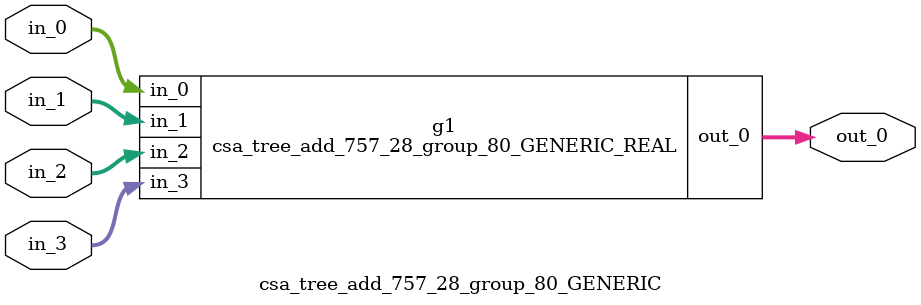
<source format=v>
module csa_tree_add_723_48_group_78_GENERIC_REAL(in_0, in_1, in_2,
     in_3, in_4, in_5, in_6, in_7, out_0);
// synthesis_equation "assign out_0 = ( ( ( ( ( ( ( in_6 + in_7 )  + in_5 )  + in_4 )  + in_3 )  + in_2 )  + in_1 )  + in_0 )  ;"
  input [2:0] in_0, in_1, in_2, in_3, in_4, in_5, in_6, in_7;
  output [5:0] out_0;
  wire [2:0] in_0, in_1, in_2, in_3, in_4, in_5, in_6, in_7;
  wire [5:0] out_0;
  wire n_32, n_33, n_34, n_35, n_36, n_38, n_39, n_40;
  wire n_41, n_42, n_43, n_44, n_45, n_46, n_47, n_48;
  wire n_49, n_50, n_51, n_52, n_53, n_54, n_55, n_56;
  wire n_57, n_58, n_59, n_60, n_61, n_62, n_63, n_64;
  wire n_65, n_66, n_67, n_68, n_69, n_70, n_71, n_72;
  wire n_73, n_74, n_75, n_76, n_77, n_78, n_79, n_80;
  wire n_81, n_82, n_83, n_84, n_85, n_86, n_87, n_88;
  wire n_89, n_90, n_91, n_92, n_93, n_94, n_95, n_96;
  wire n_97, n_98, n_99, n_100, n_101, n_102, n_103, n_104;
  wire n_105, n_106, n_107, n_108, n_109, n_110, n_111, n_112;
  wire n_113, n_114, n_115, n_116, n_117, n_118, n_119, n_120;
  wire n_121, n_122, n_123, n_124, n_125, n_126, n_127, n_128;
  wire n_129, n_130, n_131, n_132, n_133, n_134, n_135, n_136;
  wire n_137, n_138, n_139, n_140;
  xor g1 (n_43, in_0[0], in_7[0]);
  and g17 (n_44, in_0[0], in_7[0]);
  xor g18 (n_65, in_6[0], in_1[0]);
  xor g2 (n_42, n_65, in_5[0]);
  nand g19 (n_66, in_6[0], in_1[0]);
  nand g20 (n_67, in_5[0], in_1[0]);
  nand g21 (n_68, in_6[0], in_5[0]);
  nand g22 (n_46, n_66, n_67, n_68);
  xor g23 (n_69, in_4[0], in_3[0]);
  xor g24 (n_36, n_69, in_2[0]);
  nand g3 (n_70, in_4[0], in_3[0]);
  nand g25 (n_71, in_2[0], in_3[0]);
  nand g26 (n_72, in_4[0], in_2[0]);
  nand g27 (n_47, n_70, n_71, n_72);
  xor g28 (n_45, in_0[1], in_1[1]);
  and g29 (n_50, in_0[1], in_1[1]);
  xor g30 (n_73, in_3[1], in_7[1]);
  xor g31 (n_48, n_73, in_4[1]);
  nand g32 (n_74, in_3[1], in_7[1]);
  nand g4 (n_75, in_4[1], in_7[1]);
  nand g5 (n_76, in_3[1], in_4[1]);
  nand g33 (n_53, n_74, n_75, n_76);
  xor g34 (n_77, in_2[1], in_5[1]);
  xor g35 (n_49, n_77, in_6[1]);
  nand g36 (n_78, in_2[1], in_5[1]);
  nand g37 (n_79, in_6[1], in_5[1]);
  nand g38 (n_80, in_2[1], in_6[1]);
  nand g6 (n_52, n_78, n_79, n_80);
  xor g39 (n_81, n_44, n_45);
  xor g40 (n_35, n_81, n_46);
  nand g41 (n_82, n_44, n_45);
  nand g42 (n_83, n_46, n_45);
  nand g43 (n_84, n_44, n_46);
  nand g44 (n_57, n_82, n_83, n_84);
  xor g45 (n_85, n_47, n_48);
  xor g46 (n_41, n_85, n_49);
  nand g47 (n_86, n_47, n_48);
  nand g48 (n_87, n_49, n_48);
  nand g49 (n_88, n_47, n_49);
  nand g50 (n_58, n_86, n_87, n_88);
  xor g51 (n_51, in_0[2], in_1[2]);
  and g52 (n_59, in_0[2], in_1[2]);
  xor g53 (n_89, in_3[2], in_7[2]);
  xor g54 (n_54, n_89, in_4[2]);
  nand g55 (n_90, in_3[2], in_7[2]);
  nand g56 (n_91, in_4[2], in_7[2]);
  nand g57 (n_92, in_3[2], in_4[2]);
  nand g58 (n_60, n_90, n_91, n_92);
  xor g59 (n_93, in_2[2], in_5[2]);
  xor g60 (n_55, n_93, in_6[2]);
  nand g61 (n_94, in_2[2], in_5[2]);
  nand g62 (n_95, in_6[2], in_5[2]);
  nand g63 (n_96, in_2[2], in_6[2]);
  nand g64 (n_61, n_94, n_95, n_96);
  xor g65 (n_97, n_50, n_51);
  xor g66 (n_56, n_97, n_52);
  nand g67 (n_98, n_50, n_51);
  nand g68 (n_99, n_52, n_51);
  nand g69 (n_100, n_50, n_52);
  nand g70 (n_62, n_98, n_99, n_100);
  xor g71 (n_101, n_53, n_54);
  xor g72 (n_34, n_101, n_55);
  nand g73 (n_102, n_53, n_54);
  nand g74 (n_103, n_55, n_54);
  nand g75 (n_104, n_53, n_55);
  nand g76 (n_64, n_102, n_103, n_104);
  xor g77 (n_105, n_56, n_57);
  xor g78 (n_40, n_105, n_58);
  nand g79 (n_106, n_56, n_57);
  nand g80 (n_107, n_58, n_57);
  nand g81 (n_108, n_56, n_58);
  nand g82 (n_33, n_106, n_107, n_108);
  xor g83 (n_109, n_59, n_60);
  xor g84 (n_63, n_109, n_61);
  nand g85 (n_110, n_59, n_60);
  nand g86 (n_111, n_61, n_60);
  nand g87 (n_112, n_59, n_61);
  nand g88 (n_32, n_110, n_111, n_112);
  xor g89 (n_113, n_62, n_63);
  xor g90 (n_39, n_113, n_64);
  nand g91 (n_114, n_62, n_63);
  nand g92 (n_115, n_64, n_63);
  nand g93 (n_116, n_62, n_64);
  nand g94 (n_38, n_114, n_115, n_116);
  nand g95 (n_117, n_36, n_42);
  nand g96 (n_118, n_36, n_43);
  nand g97 (n_119, n_42, n_43);
  nand g98 (n_121, n_117, n_118, n_119);
  xor g99 (n_120, n_36, n_42);
  xor g100 (out_0[0], n_43, n_120);
  nand g7 (n_122, n_35, n_41);
  nand g8 (n_123, n_35, n_121);
  nand g9 (n_124, n_41, n_121);
  nand g10 (n_126, n_122, n_123, n_124);
  xor g11 (n_125, n_35, n_41);
  xor g12 (out_0[1], n_121, n_125);
  nand g13 (n_127, n_34, n_40);
  nand g14 (n_128, n_34, n_126);
  nand g15 (n_129, n_40, n_126);
  nand g16 (n_131, n_127, n_128, n_129);
  xor g101 (n_130, n_34, n_40);
  xor g102 (out_0[2], n_126, n_130);
  nand g103 (n_132, n_33, n_39);
  nand g104 (n_133, n_33, n_131);
  nand g105 (n_134, n_39, n_131);
  nand g106 (n_136, n_132, n_133, n_134);
  xor g107 (n_135, n_33, n_39);
  xor g108 (out_0[3], n_131, n_135);
  nand g109 (n_137, n_32, n_38);
  nand g110 (n_138, n_32, n_136);
  nand g111 (n_139, n_38, n_136);
  nand g112 (out_0[5], n_137, n_138, n_139);
  xor g113 (n_140, n_32, n_38);
  xor g114 (out_0[4], n_136, n_140);
endmodule

module csa_tree_add_723_48_group_78_GENERIC(in_0, in_1, in_2, in_3,
     in_4, in_5, in_6, in_7, out_0);
  input [2:0] in_0, in_1, in_2, in_3, in_4, in_5, in_6, in_7;
  output [5:0] out_0;
  wire [2:0] in_0, in_1, in_2, in_3, in_4, in_5, in_6, in_7;
  wire [5:0] out_0;
  csa_tree_add_723_48_group_78_GENERIC_REAL g1(.in_0 (in_0), .in_1
       (in_1), .in_2 (in_2), .in_3 (in_3), .in_4 (in_4), .in_5 (in_5),
       .in_6 (in_6), .in_7 (in_7), .out_0 (out_0));
endmodule

module csa_tree_add_742_48_group_76_GENERIC_REAL(in_0, in_1, in_2,
     in_3, in_4, in_5, in_6, in_7, out_0);
// synthesis_equation "assign out_0 = ( ( ( ( ( ( ( in_6 + in_7 )  + in_5 )  + in_4 )  + in_3 )  + in_2 )  + in_1 )  + in_0 )  ;"
  input [4:0] in_0, in_1, in_2, in_3, in_4, in_5, in_6, in_7;
  output [7:0] out_0;
  wire [4:0] in_0, in_1, in_2, in_3, in_4, in_5, in_6, in_7;
  wire [7:0] out_0;
  wire n_50, n_51, n_52, n_53, n_54, n_55, n_56, n_58;
  wire n_59, n_60, n_61, n_62, n_63, n_64, n_65, n_66;
  wire n_67, n_68, n_69, n_70, n_71, n_72, n_73, n_74;
  wire n_75, n_76, n_77, n_78, n_79, n_80, n_81, n_82;
  wire n_83, n_84, n_85, n_86, n_87, n_88, n_89, n_90;
  wire n_91, n_92, n_93, n_94, n_95, n_96, n_97, n_98;
  wire n_99, n_100, n_101, n_102, n_103, n_104, n_105, n_106;
  wire n_107, n_108, n_109, n_110, n_111, n_112, n_113, n_114;
  wire n_115, n_116, n_117, n_118, n_119, n_120, n_121, n_122;
  wire n_123, n_124, n_125, n_126, n_127, n_128, n_129, n_130;
  wire n_131, n_132, n_133, n_134, n_135, n_136, n_137, n_138;
  wire n_139, n_140, n_141, n_142, n_143, n_144, n_145, n_146;
  wire n_147, n_148, n_149, n_150, n_151, n_152, n_153, n_154;
  wire n_155, n_156, n_157, n_158, n_159, n_160, n_161, n_162;
  wire n_163, n_164, n_165, n_166, n_167, n_168, n_169, n_170;
  wire n_171, n_172, n_173, n_174, n_175, n_176, n_177, n_178;
  wire n_179, n_180, n_181, n_182, n_183, n_184, n_185, n_186;
  wire n_187, n_188, n_189, n_190, n_191, n_192, n_193, n_194;
  wire n_195, n_196, n_197, n_198, n_199, n_200, n_201, n_202;
  wire n_203, n_204, n_205, n_206, n_207, n_208, n_209, n_210;
  wire n_211, n_212, n_213, n_214, n_215, n_216, n_217, n_218;
  wire n_219, n_220, n_221, n_222, n_223, n_224, n_225, n_226;
  wire n_227, n_228, n_229, n_230, n_231, n_232, n_233, n_234;
  wire n_235, n_236, n_237, n_238, n_239, n_240;
  xor g1 (n_65, in_0[0], in_7[0]);
  and g29 (n_66, in_0[0], in_7[0]);
  xor g30 (n_107, in_6[0], in_1[0]);
  xor g2 (n_64, n_107, in_5[0]);
  nand g31 (n_108, in_6[0], in_1[0]);
  nand g32 (n_109, in_5[0], in_1[0]);
  nand g33 (n_110, in_6[0], in_5[0]);
  nand g34 (n_68, n_108, n_109, n_110);
  xor g35 (n_111, in_4[0], in_3[0]);
  xor g36 (n_56, n_111, in_2[0]);
  nand g3 (n_112, in_4[0], in_3[0]);
  nand g37 (n_113, in_2[0], in_3[0]);
  nand g38 (n_114, in_4[0], in_2[0]);
  nand g39 (n_69, n_112, n_113, n_114);
  xor g40 (n_67, in_0[1], in_1[1]);
  and g41 (n_72, in_0[1], in_1[1]);
  xor g42 (n_115, in_3[1], in_7[1]);
  xor g43 (n_70, n_115, in_4[1]);
  nand g44 (n_116, in_3[1], in_7[1]);
  nand g4 (n_117, in_4[1], in_7[1]);
  nand g5 (n_118, in_3[1], in_4[1]);
  nand g45 (n_75, n_116, n_117, n_118);
  xor g46 (n_119, in_2[1], in_5[1]);
  xor g47 (n_71, n_119, in_6[1]);
  nand g48 (n_120, in_2[1], in_5[1]);
  nand g49 (n_121, in_6[1], in_5[1]);
  nand g50 (n_122, in_2[1], in_6[1]);
  nand g6 (n_74, n_120, n_121, n_122);
  xor g51 (n_123, n_66, n_67);
  xor g52 (n_55, n_123, n_68);
  nand g53 (n_124, n_66, n_67);
  nand g54 (n_125, n_68, n_67);
  nand g55 (n_126, n_66, n_68);
  nand g56 (n_79, n_124, n_125, n_126);
  xor g57 (n_127, n_69, n_70);
  xor g58 (n_63, n_127, n_71);
  nand g59 (n_128, n_69, n_70);
  nand g60 (n_129, n_71, n_70);
  nand g61 (n_130, n_69, n_71);
  nand g62 (n_80, n_128, n_129, n_130);
  xor g63 (n_73, in_0[2], in_1[2]);
  and g64 (n_81, in_0[2], in_1[2]);
  xor g65 (n_131, in_3[2], in_7[2]);
  xor g66 (n_76, n_131, in_4[2]);
  nand g67 (n_132, in_3[2], in_7[2]);
  nand g68 (n_133, in_4[2], in_7[2]);
  nand g69 (n_134, in_3[2], in_4[2]);
  nand g70 (n_82, n_132, n_133, n_134);
  xor g71 (n_135, in_2[2], in_5[2]);
  xor g72 (n_77, n_135, in_6[2]);
  nand g73 (n_136, in_2[2], in_5[2]);
  nand g74 (n_137, in_6[2], in_5[2]);
  nand g75 (n_138, in_2[2], in_6[2]);
  nand g76 (n_83, n_136, n_137, n_138);
  xor g77 (n_139, n_72, n_73);
  xor g78 (n_78, n_139, n_74);
  nand g79 (n_140, n_72, n_73);
  nand g80 (n_141, n_74, n_73);
  nand g81 (n_142, n_72, n_74);
  nand g82 (n_87, n_140, n_141, n_142);
  xor g83 (n_143, n_75, n_76);
  xor g84 (n_54, n_143, n_77);
  nand g85 (n_144, n_75, n_76);
  nand g86 (n_145, n_77, n_76);
  nand g87 (n_146, n_75, n_77);
  nand g88 (n_88, n_144, n_145, n_146);
  xor g89 (n_147, n_78, n_79);
  xor g90 (n_62, n_147, n_80);
  nand g91 (n_148, n_78, n_79);
  nand g92 (n_149, n_80, n_79);
  nand g93 (n_150, n_78, n_80);
  nand g94 (n_53, n_148, n_149, n_150);
  xor g95 (n_151, in_0[3], in_1[3]);
  xor g96 (n_84, n_151, in_3[3]);
  nand g97 (n_152, in_0[3], in_1[3]);
  nand g98 (n_153, in_3[3], in_1[3]);
  nand g99 (n_154, in_0[3], in_3[3]);
  nand g100 (n_91, n_152, n_153, n_154);
  xor g101 (n_155, in_7[3], in_4[3]);
  xor g102 (n_85, n_155, in_2[3]);
  nand g103 (n_156, in_7[3], in_4[3]);
  nand g104 (n_157, in_2[3], in_4[3]);
  nand g105 (n_158, in_7[3], in_2[3]);
  nand g106 (n_92, n_156, n_157, n_158);
  xor g107 (n_159, in_5[3], in_6[3]);
  xor g108 (n_86, n_159, n_81);
  nand g109 (n_160, in_5[3], in_6[3]);
  nand g110 (n_161, n_81, in_6[3]);
  nand g111 (n_162, in_5[3], n_81);
  nand g112 (n_95, n_160, n_161, n_162);
  xor g113 (n_163, n_82, n_83);
  xor g114 (n_89, n_163, n_84);
  nand g115 (n_164, n_82, n_83);
  nand g116 (n_165, n_84, n_83);
  nand g117 (n_166, n_82, n_84);
  nand g118 (n_97, n_164, n_165, n_166);
  xor g119 (n_167, n_85, n_86);
  xor g120 (n_90, n_167, n_87);
  nand g121 (n_168, n_85, n_86);
  nand g122 (n_169, n_87, n_86);
  nand g123 (n_170, n_85, n_87);
  nand g124 (n_99, n_168, n_169, n_170);
  xor g125 (n_171, n_88, n_89);
  xor g126 (n_61, n_171, n_90);
  nand g127 (n_172, n_88, n_89);
  nand g128 (n_173, n_90, n_89);
  nand g129 (n_174, n_88, n_90);
  nand g130 (n_52, n_172, n_173, n_174);
  xor g131 (n_175, in_0[4], in_1[4]);
  xor g132 (n_93, n_175, in_3[4]);
  nand g133 (n_176, in_0[4], in_1[4]);
  nand g134 (n_177, in_3[4], in_1[4]);
  nand g135 (n_178, in_0[4], in_3[4]);
  nand g136 (n_101, n_176, n_177, n_178);
  xor g137 (n_179, in_7[4], in_4[4]);
  xor g138 (n_94, n_179, in_2[4]);
  nand g139 (n_180, in_7[4], in_4[4]);
  nand g140 (n_181, in_2[4], in_4[4]);
  nand g141 (n_182, in_7[4], in_2[4]);
  nand g142 (n_102, n_180, n_181, n_182);
  xor g143 (n_183, in_5[4], in_6[4]);
  xor g144 (n_96, n_183, n_91);
  nand g145 (n_184, in_5[4], in_6[4]);
  nand g146 (n_185, n_91, in_6[4]);
  nand g147 (n_186, in_5[4], n_91);
  nand g148 (n_103, n_184, n_185, n_186);
  xor g149 (n_187, n_92, n_93);
  xor g150 (n_98, n_187, n_94);
  nand g151 (n_188, n_92, n_93);
  nand g152 (n_189, n_94, n_93);
  nand g153 (n_190, n_92, n_94);
  nand g154 (n_104, n_188, n_189, n_190);
  xor g155 (n_191, n_95, n_96);
  xor g156 (n_100, n_191, n_97);
  nand g157 (n_192, n_95, n_96);
  nand g158 (n_193, n_97, n_96);
  nand g159 (n_194, n_95, n_97);
  nand g160 (n_106, n_192, n_193, n_194);
  xor g161 (n_195, n_98, n_99);
  xor g162 (n_60, n_195, n_100);
  nand g163 (n_196, n_98, n_99);
  nand g164 (n_197, n_100, n_99);
  nand g165 (n_198, n_98, n_100);
  nand g166 (n_51, n_196, n_197, n_198);
  xor g167 (n_199, n_101, n_102);
  xor g168 (n_105, n_199, n_103);
  nand g169 (n_200, n_101, n_102);
  nand g170 (n_201, n_103, n_102);
  nand g171 (n_202, n_101, n_103);
  nand g172 (n_50, n_200, n_201, n_202);
  xor g173 (n_203, n_104, n_105);
  xor g174 (n_59, n_203, n_106);
  nand g175 (n_204, n_104, n_105);
  nand g176 (n_205, n_106, n_105);
  nand g177 (n_206, n_104, n_106);
  nand g178 (n_58, n_204, n_205, n_206);
  nand g179 (n_207, n_56, n_64);
  nand g180 (n_208, n_56, n_65);
  nand g181 (n_209, n_64, n_65);
  nand g182 (n_211, n_207, n_208, n_209);
  xor g183 (n_210, n_56, n_64);
  xor g184 (out_0[0], n_65, n_210);
  nand g7 (n_212, n_55, n_63);
  nand g8 (n_213, n_55, n_211);
  nand g9 (n_214, n_63, n_211);
  nand g10 (n_216, n_212, n_213, n_214);
  xor g11 (n_215, n_55, n_63);
  xor g12 (out_0[1], n_211, n_215);
  nand g13 (n_217, n_54, n_62);
  nand g14 (n_218, n_54, n_216);
  nand g15 (n_219, n_62, n_216);
  nand g16 (n_221, n_217, n_218, n_219);
  xor g17 (n_220, n_54, n_62);
  xor g18 (out_0[2], n_216, n_220);
  nand g19 (n_222, n_53, n_61);
  nand g20 (n_223, n_53, n_221);
  nand g21 (n_224, n_61, n_221);
  nand g22 (n_226, n_222, n_223, n_224);
  xor g23 (n_225, n_53, n_61);
  xor g24 (out_0[3], n_221, n_225);
  nand g25 (n_227, n_52, n_60);
  nand g26 (n_228, n_52, n_226);
  nand g27 (n_229, n_60, n_226);
  nand g28 (n_231, n_227, n_228, n_229);
  xor g185 (n_230, n_52, n_60);
  xor g186 (out_0[4], n_226, n_230);
  nand g187 (n_232, n_51, n_59);
  nand g188 (n_233, n_51, n_231);
  nand g189 (n_234, n_59, n_231);
  nand g190 (n_236, n_232, n_233, n_234);
  xor g191 (n_235, n_51, n_59);
  xor g192 (out_0[5], n_231, n_235);
  nand g193 (n_237, n_50, n_58);
  nand g194 (n_238, n_50, n_236);
  nand g195 (n_239, n_58, n_236);
  nand g196 (out_0[7], n_237, n_238, n_239);
  xor g197 (n_240, n_50, n_58);
  xor g198 (out_0[6], n_236, n_240);
endmodule

module csa_tree_add_742_48_group_76_GENERIC(in_0, in_1, in_2, in_3,
     in_4, in_5, in_6, in_7, out_0);
  input [4:0] in_0, in_1, in_2, in_3, in_4, in_5, in_6, in_7;
  output [7:0] out_0;
  wire [4:0] in_0, in_1, in_2, in_3, in_4, in_5, in_6, in_7;
  wire [7:0] out_0;
  csa_tree_add_742_48_group_76_GENERIC_REAL g1(.in_0 (in_0), .in_1
       (in_1), .in_2 (in_2), .in_3 (in_3), .in_4 (in_4), .in_5 (in_5),
       .in_6 (in_6), .in_7 (in_7), .out_0 (out_0));
endmodule

module csa_tree_add_757_28_group_80_GENERIC_REAL(in_0, in_1, in_2,
     in_3, out_0);
// synthesis_equation "assign out_0 = ( ( ( in_2 + in_3 )  + in_1 )  + in_0 )  ;"
  input [5:0] in_0, in_1, in_2, in_3;
  output [7:0] out_0;
  wire [5:0] in_0, in_1, in_2, in_3;
  wire [7:0] out_0;
  wire n_34, n_35, n_36, n_37, n_38, n_39, n_40, n_42;
  wire n_43, n_44, n_45, n_46, n_47, n_48, n_49, n_50;
  wire n_51, n_52, n_53, n_54, n_55, n_56, n_57, n_58;
  wire n_59, n_60, n_61, n_62, n_63, n_64, n_65, n_66;
  wire n_67, n_68, n_69, n_70, n_71, n_72, n_73, n_74;
  wire n_75, n_76, n_77, n_78, n_79, n_80, n_81, n_82;
  wire n_83, n_84, n_85, n_86, n_87, n_88, n_89, n_90;
  wire n_91, n_92, n_93, n_94, n_95, n_96, n_97, n_98;
  wire n_99, n_100, n_101, n_102, n_103, n_104, n_105, n_106;
  wire n_107, n_108, n_109, n_110, n_111, n_112, n_113, n_114;
  wire n_115, n_116, n_117, n_118, n_119, n_120, n_121, n_122;
  wire n_123, n_124, n_125, n_126;
  xor g1 (n_48, in_0[0], in_3[0]);
  and g12 (n_39, in_0[0], in_3[0]);
  xor g13 (n_50, in_0[1], in_1[1]);
  and g2 (n_51, in_0[1], in_1[1]);
  xor g14 (n_49, in_3[1], in_2[1]);
  xor g15 (n_47, n_49, n_50);
  nand g3 (n_59, in_3[1], in_2[1]);
  nand g16 (n_60, n_50, in_2[1]);
  nand g17 (n_61, in_3[1], n_50);
  nand g18 (n_38, n_59, n_60, n_61);
  xor g19 (n_62, in_0[2], in_1[2]);
  xor g20 (n_52, n_62, in_3[2]);
  nand g21 (n_63, in_0[2], in_1[2]);
  nand g4 (n_64, in_3[2], in_1[2]);
  nand g22 (n_65, in_0[2], in_3[2]);
  nand g23 (n_53, n_63, n_64, n_65);
  xor g24 (n_66, in_2[2], n_51);
  xor g25 (n_46, n_66, n_52);
  nand g26 (n_67, in_2[2], n_51);
  nand g27 (n_68, n_52, n_51);
  nand g5 (n_69, in_2[2], n_52);
  nand g28 (n_37, n_67, n_68, n_69);
  xor g29 (n_70, in_0[3], in_1[3]);
  xor g30 (n_54, n_70, in_3[3]);
  nand g31 (n_71, in_0[3], in_1[3]);
  nand g32 (n_72, in_3[3], in_1[3]);
  nand g33 (n_73, in_0[3], in_3[3]);
  nand g6 (n_55, n_71, n_72, n_73);
  xor g34 (n_74, in_2[3], n_53);
  xor g35 (n_45, n_74, n_54);
  nand g36 (n_75, in_2[3], n_53);
  nand g37 (n_76, n_54, n_53);
  nand g38 (n_77, in_2[3], n_54);
  nand g39 (n_36, n_75, n_76, n_77);
  xor g40 (n_78, in_0[4], in_1[4]);
  xor g41 (n_56, n_78, in_3[4]);
  nand g42 (n_79, in_0[4], in_1[4]);
  nand g43 (n_80, in_3[4], in_1[4]);
  nand g44 (n_81, in_0[4], in_3[4]);
  nand g45 (n_57, n_79, n_80, n_81);
  xor g46 (n_82, in_2[4], n_55);
  xor g47 (n_44, n_82, n_56);
  nand g48 (n_83, in_2[4], n_55);
  nand g49 (n_84, n_56, n_55);
  nand g50 (n_85, in_2[4], n_56);
  nand g51 (n_35, n_83, n_84, n_85);
  xor g52 (n_86, in_0[5], in_1[5]);
  xor g53 (n_58, n_86, in_3[5]);
  nand g54 (n_87, in_0[5], in_1[5]);
  nand g55 (n_88, in_3[5], in_1[5]);
  nand g56 (n_89, in_0[5], in_3[5]);
  nand g57 (n_34, n_87, n_88, n_89);
  xor g58 (n_90, in_2[5], n_57);
  xor g59 (n_43, n_90, n_58);
  nand g60 (n_91, in_2[5], n_57);
  nand g61 (n_92, n_58, n_57);
  nand g62 (n_93, in_2[5], n_58);
  nand g63 (n_42, n_91, n_92, n_93);
  nand g64 (n_94, in_1[0], n_48);
  nand g65 (n_95, in_1[0], in_2[0]);
  nand g66 (n_96, n_48, in_2[0]);
  nand g67 (n_98, n_94, n_95, n_96);
  xor g68 (n_97, in_1[0], n_48);
  xor g69 (out_0[0], in_2[0], n_97);
  nand g7 (n_99, n_39, n_47);
  nand g8 (n_100, n_39, n_98);
  nand g9 (n_101, n_47, n_98);
  nand g10 (n_103, n_99, n_100, n_101);
  xor g11 (n_102, n_39, n_47);
  xor g70 (out_0[1], n_98, n_102);
  nand g71 (n_104, n_38, n_46);
  nand g72 (n_105, n_38, n_103);
  nand g73 (n_106, n_46, n_103);
  nand g74 (n_40, n_104, n_105, n_106);
  xor g75 (n_107, n_38, n_46);
  xor g76 (out_0[2], n_103, n_107);
  nand g77 (n_108, n_37, n_45);
  nand g78 (n_109, n_37, n_40);
  nand g79 (n_110, n_45, n_40);
  nand g80 (n_112, n_108, n_109, n_110);
  xor g81 (n_111, n_37, n_45);
  xor g82 (out_0[3], n_40, n_111);
  nand g83 (n_113, n_36, n_44);
  nand g84 (n_114, n_36, n_112);
  nand g85 (n_115, n_44, n_112);
  nand g86 (n_117, n_113, n_114, n_115);
  xor g87 (n_116, n_36, n_44);
  xor g88 (out_0[4], n_112, n_116);
  nand g89 (n_118, n_35, n_43);
  nand g90 (n_119, n_35, n_117);
  nand g91 (n_120, n_43, n_117);
  nand g92 (n_122, n_118, n_119, n_120);
  xor g93 (n_121, n_35, n_43);
  xor g94 (out_0[5], n_117, n_121);
  nand g95 (n_123, n_34, n_42);
  nand g96 (n_124, n_34, n_122);
  nand g97 (n_125, n_42, n_122);
  nand g98 (out_0[7], n_123, n_124, n_125);
  xor g99 (n_126, n_34, n_42);
  xor g100 (out_0[6], n_122, n_126);
endmodule

module csa_tree_add_757_28_group_80_GENERIC(in_0, in_1, in_2, in_3,
     out_0);
  input [5:0] in_0, in_1, in_2, in_3;
  output [7:0] out_0;
  wire [5:0] in_0, in_1, in_2, in_3;
  wire [7:0] out_0;
  csa_tree_add_757_28_group_80_GENERIC_REAL g1(.in_0 (in_0), .in_1
       (in_1), .in_2 (in_2), .in_3 (in_3), .out_0 (out_0));
endmodule


</source>
